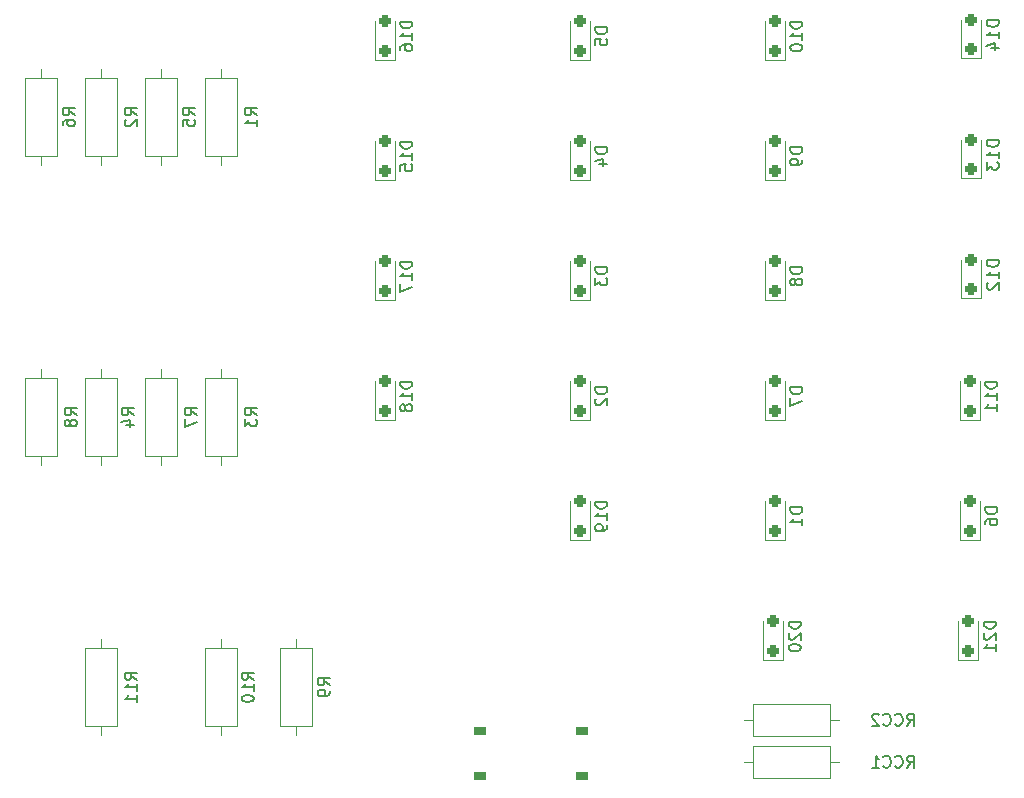
<source format=gbr>
%TF.GenerationSoftware,KiCad,Pcbnew,7.0.2*%
%TF.CreationDate,2023-05-28T17:25:48-07:00*%
%TF.ProjectId,relay-prototype,72656c61-792d-4707-926f-746f74797065,rev?*%
%TF.SameCoordinates,Original*%
%TF.FileFunction,Legend,Bot*%
%TF.FilePolarity,Positive*%
%FSLAX46Y46*%
G04 Gerber Fmt 4.6, Leading zero omitted, Abs format (unit mm)*
G04 Created by KiCad (PCBNEW 7.0.2) date 2023-05-28 17:25:48*
%MOMM*%
%LPD*%
G01*
G04 APERTURE LIST*
G04 Aperture macros list*
%AMRoundRect*
0 Rectangle with rounded corners*
0 $1 Rounding radius*
0 $2 $3 $4 $5 $6 $7 $8 $9 X,Y pos of 4 corners*
0 Add a 4 corners polygon primitive as box body*
4,1,4,$2,$3,$4,$5,$6,$7,$8,$9,$2,$3,0*
0 Add four circle primitives for the rounded corners*
1,1,$1+$1,$2,$3*
1,1,$1+$1,$4,$5*
1,1,$1+$1,$6,$7*
1,1,$1+$1,$8,$9*
0 Add four rect primitives between the rounded corners*
20,1,$1+$1,$2,$3,$4,$5,0*
20,1,$1+$1,$4,$5,$6,$7,0*
20,1,$1+$1,$6,$7,$8,$9,0*
20,1,$1+$1,$8,$9,$2,$3,0*%
G04 Aperture macros list end*
%ADD10C,0.150000*%
%ADD11C,0.120000*%
%ADD12RoundRect,0.500000X0.000000X-0.300000X0.000000X-0.300000X0.000000X0.300000X0.000000X0.300000X0*%
%ADD13R,2.000000X2.000000*%
%ADD14C,2.000000*%
%ADD15R,1.800000X1.800000*%
%ADD16C,1.800000*%
%ADD17R,1.600000X1.600000*%
%ADD18O,1.600000X1.600000*%
%ADD19C,1.600000*%
%ADD20RoundRect,0.250000X0.250000X-0.250000X0.250000X0.250000X-0.250000X0.250000X-0.250000X-0.250000X0*%
G04 APERTURE END LIST*
D10*
%TO.C,RCC2*%
X128005266Y-107087809D02*
X128338599Y-106611618D01*
X128576694Y-107087809D02*
X128576694Y-106087809D01*
X128576694Y-106087809D02*
X128195742Y-106087809D01*
X128195742Y-106087809D02*
X128100504Y-106135428D01*
X128100504Y-106135428D02*
X128052885Y-106183047D01*
X128052885Y-106183047D02*
X128005266Y-106278285D01*
X128005266Y-106278285D02*
X128005266Y-106421142D01*
X128005266Y-106421142D02*
X128052885Y-106516380D01*
X128052885Y-106516380D02*
X128100504Y-106563999D01*
X128100504Y-106563999D02*
X128195742Y-106611618D01*
X128195742Y-106611618D02*
X128576694Y-106611618D01*
X127005266Y-106992570D02*
X127052885Y-107040190D01*
X127052885Y-107040190D02*
X127195742Y-107087809D01*
X127195742Y-107087809D02*
X127290980Y-107087809D01*
X127290980Y-107087809D02*
X127433837Y-107040190D01*
X127433837Y-107040190D02*
X127529075Y-106944951D01*
X127529075Y-106944951D02*
X127576694Y-106849713D01*
X127576694Y-106849713D02*
X127624313Y-106659237D01*
X127624313Y-106659237D02*
X127624313Y-106516380D01*
X127624313Y-106516380D02*
X127576694Y-106325904D01*
X127576694Y-106325904D02*
X127529075Y-106230666D01*
X127529075Y-106230666D02*
X127433837Y-106135428D01*
X127433837Y-106135428D02*
X127290980Y-106087809D01*
X127290980Y-106087809D02*
X127195742Y-106087809D01*
X127195742Y-106087809D02*
X127052885Y-106135428D01*
X127052885Y-106135428D02*
X127005266Y-106183047D01*
X126005266Y-106992570D02*
X126052885Y-107040190D01*
X126052885Y-107040190D02*
X126195742Y-107087809D01*
X126195742Y-107087809D02*
X126290980Y-107087809D01*
X126290980Y-107087809D02*
X126433837Y-107040190D01*
X126433837Y-107040190D02*
X126529075Y-106944951D01*
X126529075Y-106944951D02*
X126576694Y-106849713D01*
X126576694Y-106849713D02*
X126624313Y-106659237D01*
X126624313Y-106659237D02*
X126624313Y-106516380D01*
X126624313Y-106516380D02*
X126576694Y-106325904D01*
X126576694Y-106325904D02*
X126529075Y-106230666D01*
X126529075Y-106230666D02*
X126433837Y-106135428D01*
X126433837Y-106135428D02*
X126290980Y-106087809D01*
X126290980Y-106087809D02*
X126195742Y-106087809D01*
X126195742Y-106087809D02*
X126052885Y-106135428D01*
X126052885Y-106135428D02*
X126005266Y-106183047D01*
X125624313Y-106183047D02*
X125576694Y-106135428D01*
X125576694Y-106135428D02*
X125481456Y-106087809D01*
X125481456Y-106087809D02*
X125243361Y-106087809D01*
X125243361Y-106087809D02*
X125148123Y-106135428D01*
X125148123Y-106135428D02*
X125100504Y-106183047D01*
X125100504Y-106183047D02*
X125052885Y-106278285D01*
X125052885Y-106278285D02*
X125052885Y-106373523D01*
X125052885Y-106373523D02*
X125100504Y-106516380D01*
X125100504Y-106516380D02*
X125671932Y-107087809D01*
X125671932Y-107087809D02*
X125052885Y-107087809D01*
%TO.C,R2*%
X62785219Y-55404523D02*
X62309028Y-55071190D01*
X62785219Y-54833095D02*
X61785219Y-54833095D01*
X61785219Y-54833095D02*
X61785219Y-55214047D01*
X61785219Y-55214047D02*
X61832838Y-55309285D01*
X61832838Y-55309285D02*
X61880457Y-55356904D01*
X61880457Y-55356904D02*
X61975695Y-55404523D01*
X61975695Y-55404523D02*
X62118552Y-55404523D01*
X62118552Y-55404523D02*
X62213790Y-55356904D01*
X62213790Y-55356904D02*
X62261409Y-55309285D01*
X62261409Y-55309285D02*
X62309028Y-55214047D01*
X62309028Y-55214047D02*
X62309028Y-54833095D01*
X61880457Y-55785476D02*
X61832838Y-55833095D01*
X61832838Y-55833095D02*
X61785219Y-55928333D01*
X61785219Y-55928333D02*
X61785219Y-56166428D01*
X61785219Y-56166428D02*
X61832838Y-56261666D01*
X61832838Y-56261666D02*
X61880457Y-56309285D01*
X61880457Y-56309285D02*
X61975695Y-56356904D01*
X61975695Y-56356904D02*
X62070933Y-56356904D01*
X62070933Y-56356904D02*
X62213790Y-56309285D01*
X62213790Y-56309285D02*
X62785219Y-55737857D01*
X62785219Y-55737857D02*
X62785219Y-56356904D01*
%TO.C,D17*%
X86102719Y-67824404D02*
X85102719Y-67824404D01*
X85102719Y-67824404D02*
X85102719Y-68062499D01*
X85102719Y-68062499D02*
X85150338Y-68205356D01*
X85150338Y-68205356D02*
X85245576Y-68300594D01*
X85245576Y-68300594D02*
X85340814Y-68348213D01*
X85340814Y-68348213D02*
X85531290Y-68395832D01*
X85531290Y-68395832D02*
X85674147Y-68395832D01*
X85674147Y-68395832D02*
X85864623Y-68348213D01*
X85864623Y-68348213D02*
X85959861Y-68300594D01*
X85959861Y-68300594D02*
X86055100Y-68205356D01*
X86055100Y-68205356D02*
X86102719Y-68062499D01*
X86102719Y-68062499D02*
X86102719Y-67824404D01*
X86102719Y-69348213D02*
X86102719Y-68776785D01*
X86102719Y-69062499D02*
X85102719Y-69062499D01*
X85102719Y-69062499D02*
X85245576Y-68967261D01*
X85245576Y-68967261D02*
X85340814Y-68872023D01*
X85340814Y-68872023D02*
X85388433Y-68776785D01*
X85102719Y-69681547D02*
X85102719Y-70348213D01*
X85102719Y-70348213D02*
X86102719Y-69919642D01*
%TO.C,RCC1*%
X128005266Y-110643809D02*
X128338599Y-110167618D01*
X128576694Y-110643809D02*
X128576694Y-109643809D01*
X128576694Y-109643809D02*
X128195742Y-109643809D01*
X128195742Y-109643809D02*
X128100504Y-109691428D01*
X128100504Y-109691428D02*
X128052885Y-109739047D01*
X128052885Y-109739047D02*
X128005266Y-109834285D01*
X128005266Y-109834285D02*
X128005266Y-109977142D01*
X128005266Y-109977142D02*
X128052885Y-110072380D01*
X128052885Y-110072380D02*
X128100504Y-110119999D01*
X128100504Y-110119999D02*
X128195742Y-110167618D01*
X128195742Y-110167618D02*
X128576694Y-110167618D01*
X127005266Y-110548570D02*
X127052885Y-110596190D01*
X127052885Y-110596190D02*
X127195742Y-110643809D01*
X127195742Y-110643809D02*
X127290980Y-110643809D01*
X127290980Y-110643809D02*
X127433837Y-110596190D01*
X127433837Y-110596190D02*
X127529075Y-110500951D01*
X127529075Y-110500951D02*
X127576694Y-110405713D01*
X127576694Y-110405713D02*
X127624313Y-110215237D01*
X127624313Y-110215237D02*
X127624313Y-110072380D01*
X127624313Y-110072380D02*
X127576694Y-109881904D01*
X127576694Y-109881904D02*
X127529075Y-109786666D01*
X127529075Y-109786666D02*
X127433837Y-109691428D01*
X127433837Y-109691428D02*
X127290980Y-109643809D01*
X127290980Y-109643809D02*
X127195742Y-109643809D01*
X127195742Y-109643809D02*
X127052885Y-109691428D01*
X127052885Y-109691428D02*
X127005266Y-109739047D01*
X126005266Y-110548570D02*
X126052885Y-110596190D01*
X126052885Y-110596190D02*
X126195742Y-110643809D01*
X126195742Y-110643809D02*
X126290980Y-110643809D01*
X126290980Y-110643809D02*
X126433837Y-110596190D01*
X126433837Y-110596190D02*
X126529075Y-110500951D01*
X126529075Y-110500951D02*
X126576694Y-110405713D01*
X126576694Y-110405713D02*
X126624313Y-110215237D01*
X126624313Y-110215237D02*
X126624313Y-110072380D01*
X126624313Y-110072380D02*
X126576694Y-109881904D01*
X126576694Y-109881904D02*
X126529075Y-109786666D01*
X126529075Y-109786666D02*
X126433837Y-109691428D01*
X126433837Y-109691428D02*
X126290980Y-109643809D01*
X126290980Y-109643809D02*
X126195742Y-109643809D01*
X126195742Y-109643809D02*
X126052885Y-109691428D01*
X126052885Y-109691428D02*
X126005266Y-109739047D01*
X125052885Y-110643809D02*
X125624313Y-110643809D01*
X125338599Y-110643809D02*
X125338599Y-109643809D01*
X125338599Y-109643809D02*
X125433837Y-109786666D01*
X125433837Y-109786666D02*
X125529075Y-109881904D01*
X125529075Y-109881904D02*
X125624313Y-109929523D01*
%TO.C,R1*%
X72945219Y-55404523D02*
X72469028Y-55071190D01*
X72945219Y-54833095D02*
X71945219Y-54833095D01*
X71945219Y-54833095D02*
X71945219Y-55214047D01*
X71945219Y-55214047D02*
X71992838Y-55309285D01*
X71992838Y-55309285D02*
X72040457Y-55356904D01*
X72040457Y-55356904D02*
X72135695Y-55404523D01*
X72135695Y-55404523D02*
X72278552Y-55404523D01*
X72278552Y-55404523D02*
X72373790Y-55356904D01*
X72373790Y-55356904D02*
X72421409Y-55309285D01*
X72421409Y-55309285D02*
X72469028Y-55214047D01*
X72469028Y-55214047D02*
X72469028Y-54833095D01*
X72945219Y-56356904D02*
X72945219Y-55785476D01*
X72945219Y-56071190D02*
X71945219Y-56071190D01*
X71945219Y-56071190D02*
X72088076Y-55975952D01*
X72088076Y-55975952D02*
X72183314Y-55880714D01*
X72183314Y-55880714D02*
X72230933Y-55785476D01*
%TO.C,R9*%
X79125219Y-103664523D02*
X78649028Y-103331190D01*
X79125219Y-103093095D02*
X78125219Y-103093095D01*
X78125219Y-103093095D02*
X78125219Y-103474047D01*
X78125219Y-103474047D02*
X78172838Y-103569285D01*
X78172838Y-103569285D02*
X78220457Y-103616904D01*
X78220457Y-103616904D02*
X78315695Y-103664523D01*
X78315695Y-103664523D02*
X78458552Y-103664523D01*
X78458552Y-103664523D02*
X78553790Y-103616904D01*
X78553790Y-103616904D02*
X78601409Y-103569285D01*
X78601409Y-103569285D02*
X78649028Y-103474047D01*
X78649028Y-103474047D02*
X78649028Y-103093095D01*
X79125219Y-104140714D02*
X79125219Y-104331190D01*
X79125219Y-104331190D02*
X79077600Y-104426428D01*
X79077600Y-104426428D02*
X79029980Y-104474047D01*
X79029980Y-104474047D02*
X78887123Y-104569285D01*
X78887123Y-104569285D02*
X78696647Y-104616904D01*
X78696647Y-104616904D02*
X78315695Y-104616904D01*
X78315695Y-104616904D02*
X78220457Y-104569285D01*
X78220457Y-104569285D02*
X78172838Y-104521666D01*
X78172838Y-104521666D02*
X78125219Y-104426428D01*
X78125219Y-104426428D02*
X78125219Y-104235952D01*
X78125219Y-104235952D02*
X78172838Y-104140714D01*
X78172838Y-104140714D02*
X78220457Y-104093095D01*
X78220457Y-104093095D02*
X78315695Y-104045476D01*
X78315695Y-104045476D02*
X78553790Y-104045476D01*
X78553790Y-104045476D02*
X78649028Y-104093095D01*
X78649028Y-104093095D02*
X78696647Y-104140714D01*
X78696647Y-104140714D02*
X78744266Y-104235952D01*
X78744266Y-104235952D02*
X78744266Y-104426428D01*
X78744266Y-104426428D02*
X78696647Y-104521666D01*
X78696647Y-104521666D02*
X78649028Y-104569285D01*
X78649028Y-104569285D02*
X78553790Y-104616904D01*
%TO.C,D5*%
X102612139Y-47981015D02*
X101612139Y-47981015D01*
X101612139Y-47981015D02*
X101612139Y-48219110D01*
X101612139Y-48219110D02*
X101659758Y-48361967D01*
X101659758Y-48361967D02*
X101754996Y-48457205D01*
X101754996Y-48457205D02*
X101850234Y-48504824D01*
X101850234Y-48504824D02*
X102040710Y-48552443D01*
X102040710Y-48552443D02*
X102183567Y-48552443D01*
X102183567Y-48552443D02*
X102374043Y-48504824D01*
X102374043Y-48504824D02*
X102469281Y-48457205D01*
X102469281Y-48457205D02*
X102564520Y-48361967D01*
X102564520Y-48361967D02*
X102612139Y-48219110D01*
X102612139Y-48219110D02*
X102612139Y-47981015D01*
X101612139Y-49457205D02*
X101612139Y-48981015D01*
X101612139Y-48981015D02*
X102088329Y-48933396D01*
X102088329Y-48933396D02*
X102040710Y-48981015D01*
X102040710Y-48981015D02*
X101993091Y-49076253D01*
X101993091Y-49076253D02*
X101993091Y-49314348D01*
X101993091Y-49314348D02*
X102040710Y-49409586D01*
X102040710Y-49409586D02*
X102088329Y-49457205D01*
X102088329Y-49457205D02*
X102183567Y-49504824D01*
X102183567Y-49504824D02*
X102421662Y-49504824D01*
X102421662Y-49504824D02*
X102516900Y-49457205D01*
X102516900Y-49457205D02*
X102564520Y-49409586D01*
X102564520Y-49409586D02*
X102612139Y-49314348D01*
X102612139Y-49314348D02*
X102612139Y-49076253D01*
X102612139Y-49076253D02*
X102564520Y-48981015D01*
X102564520Y-48981015D02*
X102516900Y-48933396D01*
%TO.C,D11*%
X135632719Y-77984404D02*
X134632719Y-77984404D01*
X134632719Y-77984404D02*
X134632719Y-78222499D01*
X134632719Y-78222499D02*
X134680338Y-78365356D01*
X134680338Y-78365356D02*
X134775576Y-78460594D01*
X134775576Y-78460594D02*
X134870814Y-78508213D01*
X134870814Y-78508213D02*
X135061290Y-78555832D01*
X135061290Y-78555832D02*
X135204147Y-78555832D01*
X135204147Y-78555832D02*
X135394623Y-78508213D01*
X135394623Y-78508213D02*
X135489861Y-78460594D01*
X135489861Y-78460594D02*
X135585100Y-78365356D01*
X135585100Y-78365356D02*
X135632719Y-78222499D01*
X135632719Y-78222499D02*
X135632719Y-77984404D01*
X135632719Y-79508213D02*
X135632719Y-78936785D01*
X135632719Y-79222499D02*
X134632719Y-79222499D01*
X134632719Y-79222499D02*
X134775576Y-79127261D01*
X134775576Y-79127261D02*
X134870814Y-79032023D01*
X134870814Y-79032023D02*
X134918433Y-78936785D01*
X135632719Y-80460594D02*
X135632719Y-79889166D01*
X135632719Y-80174880D02*
X134632719Y-80174880D01*
X134632719Y-80174880D02*
X134775576Y-80079642D01*
X134775576Y-80079642D02*
X134870814Y-79984404D01*
X134870814Y-79984404D02*
X134918433Y-79889166D01*
%TO.C,D19*%
X102612719Y-88144404D02*
X101612719Y-88144404D01*
X101612719Y-88144404D02*
X101612719Y-88382499D01*
X101612719Y-88382499D02*
X101660338Y-88525356D01*
X101660338Y-88525356D02*
X101755576Y-88620594D01*
X101755576Y-88620594D02*
X101850814Y-88668213D01*
X101850814Y-88668213D02*
X102041290Y-88715832D01*
X102041290Y-88715832D02*
X102184147Y-88715832D01*
X102184147Y-88715832D02*
X102374623Y-88668213D01*
X102374623Y-88668213D02*
X102469861Y-88620594D01*
X102469861Y-88620594D02*
X102565100Y-88525356D01*
X102565100Y-88525356D02*
X102612719Y-88382499D01*
X102612719Y-88382499D02*
X102612719Y-88144404D01*
X102612719Y-89668213D02*
X102612719Y-89096785D01*
X102612719Y-89382499D02*
X101612719Y-89382499D01*
X101612719Y-89382499D02*
X101755576Y-89287261D01*
X101755576Y-89287261D02*
X101850814Y-89192023D01*
X101850814Y-89192023D02*
X101898433Y-89096785D01*
X102612719Y-90144404D02*
X102612719Y-90334880D01*
X102612719Y-90334880D02*
X102565100Y-90430118D01*
X102565100Y-90430118D02*
X102517480Y-90477737D01*
X102517480Y-90477737D02*
X102374623Y-90572975D01*
X102374623Y-90572975D02*
X102184147Y-90620594D01*
X102184147Y-90620594D02*
X101803195Y-90620594D01*
X101803195Y-90620594D02*
X101707957Y-90572975D01*
X101707957Y-90572975D02*
X101660338Y-90525356D01*
X101660338Y-90525356D02*
X101612719Y-90430118D01*
X101612719Y-90430118D02*
X101612719Y-90239642D01*
X101612719Y-90239642D02*
X101660338Y-90144404D01*
X101660338Y-90144404D02*
X101707957Y-90096785D01*
X101707957Y-90096785D02*
X101803195Y-90049166D01*
X101803195Y-90049166D02*
X102041290Y-90049166D01*
X102041290Y-90049166D02*
X102136528Y-90096785D01*
X102136528Y-90096785D02*
X102184147Y-90144404D01*
X102184147Y-90144404D02*
X102231766Y-90239642D01*
X102231766Y-90239642D02*
X102231766Y-90430118D01*
X102231766Y-90430118D02*
X102184147Y-90525356D01*
X102184147Y-90525356D02*
X102136528Y-90572975D01*
X102136528Y-90572975D02*
X102041290Y-90620594D01*
%TO.C,D13*%
X135755219Y-57531904D02*
X134755219Y-57531904D01*
X134755219Y-57531904D02*
X134755219Y-57769999D01*
X134755219Y-57769999D02*
X134802838Y-57912856D01*
X134802838Y-57912856D02*
X134898076Y-58008094D01*
X134898076Y-58008094D02*
X134993314Y-58055713D01*
X134993314Y-58055713D02*
X135183790Y-58103332D01*
X135183790Y-58103332D02*
X135326647Y-58103332D01*
X135326647Y-58103332D02*
X135517123Y-58055713D01*
X135517123Y-58055713D02*
X135612361Y-58008094D01*
X135612361Y-58008094D02*
X135707600Y-57912856D01*
X135707600Y-57912856D02*
X135755219Y-57769999D01*
X135755219Y-57769999D02*
X135755219Y-57531904D01*
X135755219Y-59055713D02*
X135755219Y-58484285D01*
X135755219Y-58769999D02*
X134755219Y-58769999D01*
X134755219Y-58769999D02*
X134898076Y-58674761D01*
X134898076Y-58674761D02*
X134993314Y-58579523D01*
X134993314Y-58579523D02*
X135040933Y-58484285D01*
X134755219Y-59389047D02*
X134755219Y-60008094D01*
X134755219Y-60008094D02*
X135136171Y-59674761D01*
X135136171Y-59674761D02*
X135136171Y-59817618D01*
X135136171Y-59817618D02*
X135183790Y-59912856D01*
X135183790Y-59912856D02*
X135231409Y-59960475D01*
X135231409Y-59960475D02*
X135326647Y-60008094D01*
X135326647Y-60008094D02*
X135564742Y-60008094D01*
X135564742Y-60008094D02*
X135659980Y-59960475D01*
X135659980Y-59960475D02*
X135707600Y-59912856D01*
X135707600Y-59912856D02*
X135755219Y-59817618D01*
X135755219Y-59817618D02*
X135755219Y-59531904D01*
X135755219Y-59531904D02*
X135707600Y-59436666D01*
X135707600Y-59436666D02*
X135659980Y-59389047D01*
%TO.C,R10*%
X72691219Y-103188332D02*
X72215028Y-102854999D01*
X72691219Y-102616904D02*
X71691219Y-102616904D01*
X71691219Y-102616904D02*
X71691219Y-102997856D01*
X71691219Y-102997856D02*
X71738838Y-103093094D01*
X71738838Y-103093094D02*
X71786457Y-103140713D01*
X71786457Y-103140713D02*
X71881695Y-103188332D01*
X71881695Y-103188332D02*
X72024552Y-103188332D01*
X72024552Y-103188332D02*
X72119790Y-103140713D01*
X72119790Y-103140713D02*
X72167409Y-103093094D01*
X72167409Y-103093094D02*
X72215028Y-102997856D01*
X72215028Y-102997856D02*
X72215028Y-102616904D01*
X72691219Y-104140713D02*
X72691219Y-103569285D01*
X72691219Y-103854999D02*
X71691219Y-103854999D01*
X71691219Y-103854999D02*
X71834076Y-103759761D01*
X71834076Y-103759761D02*
X71929314Y-103664523D01*
X71929314Y-103664523D02*
X71976933Y-103569285D01*
X71691219Y-104759761D02*
X71691219Y-104854999D01*
X71691219Y-104854999D02*
X71738838Y-104950237D01*
X71738838Y-104950237D02*
X71786457Y-104997856D01*
X71786457Y-104997856D02*
X71881695Y-105045475D01*
X71881695Y-105045475D02*
X72072171Y-105093094D01*
X72072171Y-105093094D02*
X72310266Y-105093094D01*
X72310266Y-105093094D02*
X72500742Y-105045475D01*
X72500742Y-105045475D02*
X72595980Y-104997856D01*
X72595980Y-104997856D02*
X72643600Y-104950237D01*
X72643600Y-104950237D02*
X72691219Y-104854999D01*
X72691219Y-104854999D02*
X72691219Y-104759761D01*
X72691219Y-104759761D02*
X72643600Y-104664523D01*
X72643600Y-104664523D02*
X72595980Y-104616904D01*
X72595980Y-104616904D02*
X72500742Y-104569285D01*
X72500742Y-104569285D02*
X72310266Y-104521666D01*
X72310266Y-104521666D02*
X72072171Y-104521666D01*
X72072171Y-104521666D02*
X71881695Y-104569285D01*
X71881695Y-104569285D02*
X71786457Y-104616904D01*
X71786457Y-104616904D02*
X71738838Y-104664523D01*
X71738838Y-104664523D02*
X71691219Y-104759761D01*
%TO.C,D18*%
X86102719Y-77984404D02*
X85102719Y-77984404D01*
X85102719Y-77984404D02*
X85102719Y-78222499D01*
X85102719Y-78222499D02*
X85150338Y-78365356D01*
X85150338Y-78365356D02*
X85245576Y-78460594D01*
X85245576Y-78460594D02*
X85340814Y-78508213D01*
X85340814Y-78508213D02*
X85531290Y-78555832D01*
X85531290Y-78555832D02*
X85674147Y-78555832D01*
X85674147Y-78555832D02*
X85864623Y-78508213D01*
X85864623Y-78508213D02*
X85959861Y-78460594D01*
X85959861Y-78460594D02*
X86055100Y-78365356D01*
X86055100Y-78365356D02*
X86102719Y-78222499D01*
X86102719Y-78222499D02*
X86102719Y-77984404D01*
X86102719Y-79508213D02*
X86102719Y-78936785D01*
X86102719Y-79222499D02*
X85102719Y-79222499D01*
X85102719Y-79222499D02*
X85245576Y-79127261D01*
X85245576Y-79127261D02*
X85340814Y-79032023D01*
X85340814Y-79032023D02*
X85388433Y-78936785D01*
X85531290Y-80079642D02*
X85483671Y-79984404D01*
X85483671Y-79984404D02*
X85436052Y-79936785D01*
X85436052Y-79936785D02*
X85340814Y-79889166D01*
X85340814Y-79889166D02*
X85293195Y-79889166D01*
X85293195Y-79889166D02*
X85197957Y-79936785D01*
X85197957Y-79936785D02*
X85150338Y-79984404D01*
X85150338Y-79984404D02*
X85102719Y-80079642D01*
X85102719Y-80079642D02*
X85102719Y-80270118D01*
X85102719Y-80270118D02*
X85150338Y-80365356D01*
X85150338Y-80365356D02*
X85197957Y-80412975D01*
X85197957Y-80412975D02*
X85293195Y-80460594D01*
X85293195Y-80460594D02*
X85340814Y-80460594D01*
X85340814Y-80460594D02*
X85436052Y-80412975D01*
X85436052Y-80412975D02*
X85483671Y-80365356D01*
X85483671Y-80365356D02*
X85531290Y-80270118D01*
X85531290Y-80270118D02*
X85531290Y-80079642D01*
X85531290Y-80079642D02*
X85578909Y-79984404D01*
X85578909Y-79984404D02*
X85626528Y-79936785D01*
X85626528Y-79936785D02*
X85721766Y-79889166D01*
X85721766Y-79889166D02*
X85912242Y-79889166D01*
X85912242Y-79889166D02*
X86007480Y-79936785D01*
X86007480Y-79936785D02*
X86055100Y-79984404D01*
X86055100Y-79984404D02*
X86102719Y-80079642D01*
X86102719Y-80079642D02*
X86102719Y-80270118D01*
X86102719Y-80270118D02*
X86055100Y-80365356D01*
X86055100Y-80365356D02*
X86007480Y-80412975D01*
X86007480Y-80412975D02*
X85912242Y-80460594D01*
X85912242Y-80460594D02*
X85721766Y-80460594D01*
X85721766Y-80460594D02*
X85626528Y-80412975D01*
X85626528Y-80412975D02*
X85578909Y-80365356D01*
X85578909Y-80365356D02*
X85531290Y-80270118D01*
%TO.C,R5*%
X67695219Y-55404523D02*
X67219028Y-55071190D01*
X67695219Y-54833095D02*
X66695219Y-54833095D01*
X66695219Y-54833095D02*
X66695219Y-55214047D01*
X66695219Y-55214047D02*
X66742838Y-55309285D01*
X66742838Y-55309285D02*
X66790457Y-55356904D01*
X66790457Y-55356904D02*
X66885695Y-55404523D01*
X66885695Y-55404523D02*
X67028552Y-55404523D01*
X67028552Y-55404523D02*
X67123790Y-55356904D01*
X67123790Y-55356904D02*
X67171409Y-55309285D01*
X67171409Y-55309285D02*
X67219028Y-55214047D01*
X67219028Y-55214047D02*
X67219028Y-54833095D01*
X66695219Y-56309285D02*
X66695219Y-55833095D01*
X66695219Y-55833095D02*
X67171409Y-55785476D01*
X67171409Y-55785476D02*
X67123790Y-55833095D01*
X67123790Y-55833095D02*
X67076171Y-55928333D01*
X67076171Y-55928333D02*
X67076171Y-56166428D01*
X67076171Y-56166428D02*
X67123790Y-56261666D01*
X67123790Y-56261666D02*
X67171409Y-56309285D01*
X67171409Y-56309285D02*
X67266647Y-56356904D01*
X67266647Y-56356904D02*
X67504742Y-56356904D01*
X67504742Y-56356904D02*
X67599980Y-56309285D01*
X67599980Y-56309285D02*
X67647600Y-56261666D01*
X67647600Y-56261666D02*
X67695219Y-56166428D01*
X67695219Y-56166428D02*
X67695219Y-55928333D01*
X67695219Y-55928333D02*
X67647600Y-55833095D01*
X67647600Y-55833095D02*
X67599980Y-55785476D01*
%TO.C,D15*%
X86102719Y-57664404D02*
X85102719Y-57664404D01*
X85102719Y-57664404D02*
X85102719Y-57902499D01*
X85102719Y-57902499D02*
X85150338Y-58045356D01*
X85150338Y-58045356D02*
X85245576Y-58140594D01*
X85245576Y-58140594D02*
X85340814Y-58188213D01*
X85340814Y-58188213D02*
X85531290Y-58235832D01*
X85531290Y-58235832D02*
X85674147Y-58235832D01*
X85674147Y-58235832D02*
X85864623Y-58188213D01*
X85864623Y-58188213D02*
X85959861Y-58140594D01*
X85959861Y-58140594D02*
X86055100Y-58045356D01*
X86055100Y-58045356D02*
X86102719Y-57902499D01*
X86102719Y-57902499D02*
X86102719Y-57664404D01*
X86102719Y-59188213D02*
X86102719Y-58616785D01*
X86102719Y-58902499D02*
X85102719Y-58902499D01*
X85102719Y-58902499D02*
X85245576Y-58807261D01*
X85245576Y-58807261D02*
X85340814Y-58712023D01*
X85340814Y-58712023D02*
X85388433Y-58616785D01*
X85102719Y-60092975D02*
X85102719Y-59616785D01*
X85102719Y-59616785D02*
X85578909Y-59569166D01*
X85578909Y-59569166D02*
X85531290Y-59616785D01*
X85531290Y-59616785D02*
X85483671Y-59712023D01*
X85483671Y-59712023D02*
X85483671Y-59950118D01*
X85483671Y-59950118D02*
X85531290Y-60045356D01*
X85531290Y-60045356D02*
X85578909Y-60092975D01*
X85578909Y-60092975D02*
X85674147Y-60140594D01*
X85674147Y-60140594D02*
X85912242Y-60140594D01*
X85912242Y-60140594D02*
X86007480Y-60092975D01*
X86007480Y-60092975D02*
X86055100Y-60045356D01*
X86055100Y-60045356D02*
X86102719Y-59950118D01*
X86102719Y-59950118D02*
X86102719Y-59712023D01*
X86102719Y-59712023D02*
X86055100Y-59616785D01*
X86055100Y-59616785D02*
X86007480Y-59569166D01*
%TO.C,R11*%
X62785219Y-103188332D02*
X62309028Y-102854999D01*
X62785219Y-102616904D02*
X61785219Y-102616904D01*
X61785219Y-102616904D02*
X61785219Y-102997856D01*
X61785219Y-102997856D02*
X61832838Y-103093094D01*
X61832838Y-103093094D02*
X61880457Y-103140713D01*
X61880457Y-103140713D02*
X61975695Y-103188332D01*
X61975695Y-103188332D02*
X62118552Y-103188332D01*
X62118552Y-103188332D02*
X62213790Y-103140713D01*
X62213790Y-103140713D02*
X62261409Y-103093094D01*
X62261409Y-103093094D02*
X62309028Y-102997856D01*
X62309028Y-102997856D02*
X62309028Y-102616904D01*
X62785219Y-104140713D02*
X62785219Y-103569285D01*
X62785219Y-103854999D02*
X61785219Y-103854999D01*
X61785219Y-103854999D02*
X61928076Y-103759761D01*
X61928076Y-103759761D02*
X62023314Y-103664523D01*
X62023314Y-103664523D02*
X62070933Y-103569285D01*
X62785219Y-105093094D02*
X62785219Y-104521666D01*
X62785219Y-104807380D02*
X61785219Y-104807380D01*
X61785219Y-104807380D02*
X61928076Y-104712142D01*
X61928076Y-104712142D02*
X62023314Y-104616904D01*
X62023314Y-104616904D02*
X62070933Y-104521666D01*
%TO.C,D21*%
X135510219Y-98304404D02*
X134510219Y-98304404D01*
X134510219Y-98304404D02*
X134510219Y-98542499D01*
X134510219Y-98542499D02*
X134557838Y-98685356D01*
X134557838Y-98685356D02*
X134653076Y-98780594D01*
X134653076Y-98780594D02*
X134748314Y-98828213D01*
X134748314Y-98828213D02*
X134938790Y-98875832D01*
X134938790Y-98875832D02*
X135081647Y-98875832D01*
X135081647Y-98875832D02*
X135272123Y-98828213D01*
X135272123Y-98828213D02*
X135367361Y-98780594D01*
X135367361Y-98780594D02*
X135462600Y-98685356D01*
X135462600Y-98685356D02*
X135510219Y-98542499D01*
X135510219Y-98542499D02*
X135510219Y-98304404D01*
X134605457Y-99256785D02*
X134557838Y-99304404D01*
X134557838Y-99304404D02*
X134510219Y-99399642D01*
X134510219Y-99399642D02*
X134510219Y-99637737D01*
X134510219Y-99637737D02*
X134557838Y-99732975D01*
X134557838Y-99732975D02*
X134605457Y-99780594D01*
X134605457Y-99780594D02*
X134700695Y-99828213D01*
X134700695Y-99828213D02*
X134795933Y-99828213D01*
X134795933Y-99828213D02*
X134938790Y-99780594D01*
X134938790Y-99780594D02*
X135510219Y-99209166D01*
X135510219Y-99209166D02*
X135510219Y-99828213D01*
X135510219Y-100780594D02*
X135510219Y-100209166D01*
X135510219Y-100494880D02*
X134510219Y-100494880D01*
X134510219Y-100494880D02*
X134653076Y-100399642D01*
X134653076Y-100399642D02*
X134748314Y-100304404D01*
X134748314Y-100304404D02*
X134795933Y-100209166D01*
%TO.C,R8*%
X57705219Y-80804523D02*
X57229028Y-80471190D01*
X57705219Y-80233095D02*
X56705219Y-80233095D01*
X56705219Y-80233095D02*
X56705219Y-80614047D01*
X56705219Y-80614047D02*
X56752838Y-80709285D01*
X56752838Y-80709285D02*
X56800457Y-80756904D01*
X56800457Y-80756904D02*
X56895695Y-80804523D01*
X56895695Y-80804523D02*
X57038552Y-80804523D01*
X57038552Y-80804523D02*
X57133790Y-80756904D01*
X57133790Y-80756904D02*
X57181409Y-80709285D01*
X57181409Y-80709285D02*
X57229028Y-80614047D01*
X57229028Y-80614047D02*
X57229028Y-80233095D01*
X57133790Y-81375952D02*
X57086171Y-81280714D01*
X57086171Y-81280714D02*
X57038552Y-81233095D01*
X57038552Y-81233095D02*
X56943314Y-81185476D01*
X56943314Y-81185476D02*
X56895695Y-81185476D01*
X56895695Y-81185476D02*
X56800457Y-81233095D01*
X56800457Y-81233095D02*
X56752838Y-81280714D01*
X56752838Y-81280714D02*
X56705219Y-81375952D01*
X56705219Y-81375952D02*
X56705219Y-81566428D01*
X56705219Y-81566428D02*
X56752838Y-81661666D01*
X56752838Y-81661666D02*
X56800457Y-81709285D01*
X56800457Y-81709285D02*
X56895695Y-81756904D01*
X56895695Y-81756904D02*
X56943314Y-81756904D01*
X56943314Y-81756904D02*
X57038552Y-81709285D01*
X57038552Y-81709285D02*
X57086171Y-81661666D01*
X57086171Y-81661666D02*
X57133790Y-81566428D01*
X57133790Y-81566428D02*
X57133790Y-81375952D01*
X57133790Y-81375952D02*
X57181409Y-81280714D01*
X57181409Y-81280714D02*
X57229028Y-81233095D01*
X57229028Y-81233095D02*
X57324266Y-81185476D01*
X57324266Y-81185476D02*
X57514742Y-81185476D01*
X57514742Y-81185476D02*
X57609980Y-81233095D01*
X57609980Y-81233095D02*
X57657600Y-81280714D01*
X57657600Y-81280714D02*
X57705219Y-81375952D01*
X57705219Y-81375952D02*
X57705219Y-81566428D01*
X57705219Y-81566428D02*
X57657600Y-81661666D01*
X57657600Y-81661666D02*
X57609980Y-81709285D01*
X57609980Y-81709285D02*
X57514742Y-81756904D01*
X57514742Y-81756904D02*
X57324266Y-81756904D01*
X57324266Y-81756904D02*
X57229028Y-81709285D01*
X57229028Y-81709285D02*
X57181409Y-81661666D01*
X57181409Y-81661666D02*
X57133790Y-81566428D01*
%TO.C,D3*%
X102612139Y-68300625D02*
X101612139Y-68300625D01*
X101612139Y-68300625D02*
X101612139Y-68538720D01*
X101612139Y-68538720D02*
X101659758Y-68681577D01*
X101659758Y-68681577D02*
X101754996Y-68776815D01*
X101754996Y-68776815D02*
X101850234Y-68824434D01*
X101850234Y-68824434D02*
X102040710Y-68872053D01*
X102040710Y-68872053D02*
X102183567Y-68872053D01*
X102183567Y-68872053D02*
X102374043Y-68824434D01*
X102374043Y-68824434D02*
X102469281Y-68776815D01*
X102469281Y-68776815D02*
X102564520Y-68681577D01*
X102564520Y-68681577D02*
X102612139Y-68538720D01*
X102612139Y-68538720D02*
X102612139Y-68300625D01*
X101612139Y-69205387D02*
X101612139Y-69824434D01*
X101612139Y-69824434D02*
X101993091Y-69491101D01*
X101993091Y-69491101D02*
X101993091Y-69633958D01*
X101993091Y-69633958D02*
X102040710Y-69729196D01*
X102040710Y-69729196D02*
X102088329Y-69776815D01*
X102088329Y-69776815D02*
X102183567Y-69824434D01*
X102183567Y-69824434D02*
X102421662Y-69824434D01*
X102421662Y-69824434D02*
X102516900Y-69776815D01*
X102516900Y-69776815D02*
X102564520Y-69729196D01*
X102564520Y-69729196D02*
X102612139Y-69633958D01*
X102612139Y-69633958D02*
X102612139Y-69348244D01*
X102612139Y-69348244D02*
X102564520Y-69253006D01*
X102564520Y-69253006D02*
X102516900Y-69205387D01*
%TO.C,D7*%
X119122719Y-78460595D02*
X118122719Y-78460595D01*
X118122719Y-78460595D02*
X118122719Y-78698690D01*
X118122719Y-78698690D02*
X118170338Y-78841547D01*
X118170338Y-78841547D02*
X118265576Y-78936785D01*
X118265576Y-78936785D02*
X118360814Y-78984404D01*
X118360814Y-78984404D02*
X118551290Y-79032023D01*
X118551290Y-79032023D02*
X118694147Y-79032023D01*
X118694147Y-79032023D02*
X118884623Y-78984404D01*
X118884623Y-78984404D02*
X118979861Y-78936785D01*
X118979861Y-78936785D02*
X119075100Y-78841547D01*
X119075100Y-78841547D02*
X119122719Y-78698690D01*
X119122719Y-78698690D02*
X119122719Y-78460595D01*
X118122719Y-79365357D02*
X118122719Y-80032023D01*
X118122719Y-80032023D02*
X119122719Y-79603452D01*
%TO.C,D14*%
X135755219Y-47371904D02*
X134755219Y-47371904D01*
X134755219Y-47371904D02*
X134755219Y-47609999D01*
X134755219Y-47609999D02*
X134802838Y-47752856D01*
X134802838Y-47752856D02*
X134898076Y-47848094D01*
X134898076Y-47848094D02*
X134993314Y-47895713D01*
X134993314Y-47895713D02*
X135183790Y-47943332D01*
X135183790Y-47943332D02*
X135326647Y-47943332D01*
X135326647Y-47943332D02*
X135517123Y-47895713D01*
X135517123Y-47895713D02*
X135612361Y-47848094D01*
X135612361Y-47848094D02*
X135707600Y-47752856D01*
X135707600Y-47752856D02*
X135755219Y-47609999D01*
X135755219Y-47609999D02*
X135755219Y-47371904D01*
X135755219Y-48895713D02*
X135755219Y-48324285D01*
X135755219Y-48609999D02*
X134755219Y-48609999D01*
X134755219Y-48609999D02*
X134898076Y-48514761D01*
X134898076Y-48514761D02*
X134993314Y-48419523D01*
X134993314Y-48419523D02*
X135040933Y-48324285D01*
X135088552Y-49752856D02*
X135755219Y-49752856D01*
X134707600Y-49514761D02*
X135421885Y-49276666D01*
X135421885Y-49276666D02*
X135421885Y-49895713D01*
%TO.C,D16*%
X86102719Y-47482324D02*
X85102719Y-47482324D01*
X85102719Y-47482324D02*
X85102719Y-47720419D01*
X85102719Y-47720419D02*
X85150338Y-47863276D01*
X85150338Y-47863276D02*
X85245576Y-47958514D01*
X85245576Y-47958514D02*
X85340814Y-48006133D01*
X85340814Y-48006133D02*
X85531290Y-48053752D01*
X85531290Y-48053752D02*
X85674147Y-48053752D01*
X85674147Y-48053752D02*
X85864623Y-48006133D01*
X85864623Y-48006133D02*
X85959861Y-47958514D01*
X85959861Y-47958514D02*
X86055100Y-47863276D01*
X86055100Y-47863276D02*
X86102719Y-47720419D01*
X86102719Y-47720419D02*
X86102719Y-47482324D01*
X86102719Y-49006133D02*
X86102719Y-48434705D01*
X86102719Y-48720419D02*
X85102719Y-48720419D01*
X85102719Y-48720419D02*
X85245576Y-48625181D01*
X85245576Y-48625181D02*
X85340814Y-48529943D01*
X85340814Y-48529943D02*
X85388433Y-48434705D01*
X85102719Y-49863276D02*
X85102719Y-49672800D01*
X85102719Y-49672800D02*
X85150338Y-49577562D01*
X85150338Y-49577562D02*
X85197957Y-49529943D01*
X85197957Y-49529943D02*
X85340814Y-49434705D01*
X85340814Y-49434705D02*
X85531290Y-49387086D01*
X85531290Y-49387086D02*
X85912242Y-49387086D01*
X85912242Y-49387086D02*
X86007480Y-49434705D01*
X86007480Y-49434705D02*
X86055100Y-49482324D01*
X86055100Y-49482324D02*
X86102719Y-49577562D01*
X86102719Y-49577562D02*
X86102719Y-49768038D01*
X86102719Y-49768038D02*
X86055100Y-49863276D01*
X86055100Y-49863276D02*
X86007480Y-49910895D01*
X86007480Y-49910895D02*
X85912242Y-49958514D01*
X85912242Y-49958514D02*
X85674147Y-49958514D01*
X85674147Y-49958514D02*
X85578909Y-49910895D01*
X85578909Y-49910895D02*
X85531290Y-49863276D01*
X85531290Y-49863276D02*
X85483671Y-49768038D01*
X85483671Y-49768038D02*
X85483671Y-49577562D01*
X85483671Y-49577562D02*
X85531290Y-49482324D01*
X85531290Y-49482324D02*
X85578909Y-49434705D01*
X85578909Y-49434705D02*
X85674147Y-49387086D01*
%TO.C,R3*%
X72945219Y-80804523D02*
X72469028Y-80471190D01*
X72945219Y-80233095D02*
X71945219Y-80233095D01*
X71945219Y-80233095D02*
X71945219Y-80614047D01*
X71945219Y-80614047D02*
X71992838Y-80709285D01*
X71992838Y-80709285D02*
X72040457Y-80756904D01*
X72040457Y-80756904D02*
X72135695Y-80804523D01*
X72135695Y-80804523D02*
X72278552Y-80804523D01*
X72278552Y-80804523D02*
X72373790Y-80756904D01*
X72373790Y-80756904D02*
X72421409Y-80709285D01*
X72421409Y-80709285D02*
X72469028Y-80614047D01*
X72469028Y-80614047D02*
X72469028Y-80233095D01*
X71945219Y-81137857D02*
X71945219Y-81756904D01*
X71945219Y-81756904D02*
X72326171Y-81423571D01*
X72326171Y-81423571D02*
X72326171Y-81566428D01*
X72326171Y-81566428D02*
X72373790Y-81661666D01*
X72373790Y-81661666D02*
X72421409Y-81709285D01*
X72421409Y-81709285D02*
X72516647Y-81756904D01*
X72516647Y-81756904D02*
X72754742Y-81756904D01*
X72754742Y-81756904D02*
X72849980Y-81709285D01*
X72849980Y-81709285D02*
X72897600Y-81661666D01*
X72897600Y-81661666D02*
X72945219Y-81566428D01*
X72945219Y-81566428D02*
X72945219Y-81280714D01*
X72945219Y-81280714D02*
X72897600Y-81185476D01*
X72897600Y-81185476D02*
X72849980Y-81137857D01*
%TO.C,D6*%
X135632719Y-88620595D02*
X134632719Y-88620595D01*
X134632719Y-88620595D02*
X134632719Y-88858690D01*
X134632719Y-88858690D02*
X134680338Y-89001547D01*
X134680338Y-89001547D02*
X134775576Y-89096785D01*
X134775576Y-89096785D02*
X134870814Y-89144404D01*
X134870814Y-89144404D02*
X135061290Y-89192023D01*
X135061290Y-89192023D02*
X135204147Y-89192023D01*
X135204147Y-89192023D02*
X135394623Y-89144404D01*
X135394623Y-89144404D02*
X135489861Y-89096785D01*
X135489861Y-89096785D02*
X135585100Y-89001547D01*
X135585100Y-89001547D02*
X135632719Y-88858690D01*
X135632719Y-88858690D02*
X135632719Y-88620595D01*
X134632719Y-90049166D02*
X134632719Y-89858690D01*
X134632719Y-89858690D02*
X134680338Y-89763452D01*
X134680338Y-89763452D02*
X134727957Y-89715833D01*
X134727957Y-89715833D02*
X134870814Y-89620595D01*
X134870814Y-89620595D02*
X135061290Y-89572976D01*
X135061290Y-89572976D02*
X135442242Y-89572976D01*
X135442242Y-89572976D02*
X135537480Y-89620595D01*
X135537480Y-89620595D02*
X135585100Y-89668214D01*
X135585100Y-89668214D02*
X135632719Y-89763452D01*
X135632719Y-89763452D02*
X135632719Y-89953928D01*
X135632719Y-89953928D02*
X135585100Y-90049166D01*
X135585100Y-90049166D02*
X135537480Y-90096785D01*
X135537480Y-90096785D02*
X135442242Y-90144404D01*
X135442242Y-90144404D02*
X135204147Y-90144404D01*
X135204147Y-90144404D02*
X135108909Y-90096785D01*
X135108909Y-90096785D02*
X135061290Y-90049166D01*
X135061290Y-90049166D02*
X135013671Y-89953928D01*
X135013671Y-89953928D02*
X135013671Y-89763452D01*
X135013671Y-89763452D02*
X135061290Y-89668214D01*
X135061290Y-89668214D02*
X135108909Y-89620595D01*
X135108909Y-89620595D02*
X135204147Y-89572976D01*
%TO.C,D12*%
X135755219Y-67691904D02*
X134755219Y-67691904D01*
X134755219Y-67691904D02*
X134755219Y-67929999D01*
X134755219Y-67929999D02*
X134802838Y-68072856D01*
X134802838Y-68072856D02*
X134898076Y-68168094D01*
X134898076Y-68168094D02*
X134993314Y-68215713D01*
X134993314Y-68215713D02*
X135183790Y-68263332D01*
X135183790Y-68263332D02*
X135326647Y-68263332D01*
X135326647Y-68263332D02*
X135517123Y-68215713D01*
X135517123Y-68215713D02*
X135612361Y-68168094D01*
X135612361Y-68168094D02*
X135707600Y-68072856D01*
X135707600Y-68072856D02*
X135755219Y-67929999D01*
X135755219Y-67929999D02*
X135755219Y-67691904D01*
X135755219Y-69215713D02*
X135755219Y-68644285D01*
X135755219Y-68929999D02*
X134755219Y-68929999D01*
X134755219Y-68929999D02*
X134898076Y-68834761D01*
X134898076Y-68834761D02*
X134993314Y-68739523D01*
X134993314Y-68739523D02*
X135040933Y-68644285D01*
X134850457Y-69596666D02*
X134802838Y-69644285D01*
X134802838Y-69644285D02*
X134755219Y-69739523D01*
X134755219Y-69739523D02*
X134755219Y-69977618D01*
X134755219Y-69977618D02*
X134802838Y-70072856D01*
X134802838Y-70072856D02*
X134850457Y-70120475D01*
X134850457Y-70120475D02*
X134945695Y-70168094D01*
X134945695Y-70168094D02*
X135040933Y-70168094D01*
X135040933Y-70168094D02*
X135183790Y-70120475D01*
X135183790Y-70120475D02*
X135755219Y-69549047D01*
X135755219Y-69549047D02*
X135755219Y-70168094D01*
%TO.C,D4*%
X102612139Y-58130820D02*
X101612139Y-58130820D01*
X101612139Y-58130820D02*
X101612139Y-58368915D01*
X101612139Y-58368915D02*
X101659758Y-58511772D01*
X101659758Y-58511772D02*
X101754996Y-58607010D01*
X101754996Y-58607010D02*
X101850234Y-58654629D01*
X101850234Y-58654629D02*
X102040710Y-58702248D01*
X102040710Y-58702248D02*
X102183567Y-58702248D01*
X102183567Y-58702248D02*
X102374043Y-58654629D01*
X102374043Y-58654629D02*
X102469281Y-58607010D01*
X102469281Y-58607010D02*
X102564520Y-58511772D01*
X102564520Y-58511772D02*
X102612139Y-58368915D01*
X102612139Y-58368915D02*
X102612139Y-58130820D01*
X101945472Y-59559391D02*
X102612139Y-59559391D01*
X101564520Y-59321296D02*
X102278805Y-59083201D01*
X102278805Y-59083201D02*
X102278805Y-59702248D01*
%TO.C,D2*%
X102612139Y-78460430D02*
X101612139Y-78460430D01*
X101612139Y-78460430D02*
X101612139Y-78698525D01*
X101612139Y-78698525D02*
X101659758Y-78841382D01*
X101659758Y-78841382D02*
X101754996Y-78936620D01*
X101754996Y-78936620D02*
X101850234Y-78984239D01*
X101850234Y-78984239D02*
X102040710Y-79031858D01*
X102040710Y-79031858D02*
X102183567Y-79031858D01*
X102183567Y-79031858D02*
X102374043Y-78984239D01*
X102374043Y-78984239D02*
X102469281Y-78936620D01*
X102469281Y-78936620D02*
X102564520Y-78841382D01*
X102564520Y-78841382D02*
X102612139Y-78698525D01*
X102612139Y-78698525D02*
X102612139Y-78460430D01*
X101707377Y-79412811D02*
X101659758Y-79460430D01*
X101659758Y-79460430D02*
X101612139Y-79555668D01*
X101612139Y-79555668D02*
X101612139Y-79793763D01*
X101612139Y-79793763D02*
X101659758Y-79889001D01*
X101659758Y-79889001D02*
X101707377Y-79936620D01*
X101707377Y-79936620D02*
X101802615Y-79984239D01*
X101802615Y-79984239D02*
X101897853Y-79984239D01*
X101897853Y-79984239D02*
X102040710Y-79936620D01*
X102040710Y-79936620D02*
X102612139Y-79365192D01*
X102612139Y-79365192D02*
X102612139Y-79984239D01*
%TO.C,D1*%
X119122139Y-88620235D02*
X118122139Y-88620235D01*
X118122139Y-88620235D02*
X118122139Y-88858330D01*
X118122139Y-88858330D02*
X118169758Y-89001187D01*
X118169758Y-89001187D02*
X118264996Y-89096425D01*
X118264996Y-89096425D02*
X118360234Y-89144044D01*
X118360234Y-89144044D02*
X118550710Y-89191663D01*
X118550710Y-89191663D02*
X118693567Y-89191663D01*
X118693567Y-89191663D02*
X118884043Y-89144044D01*
X118884043Y-89144044D02*
X118979281Y-89096425D01*
X118979281Y-89096425D02*
X119074520Y-89001187D01*
X119074520Y-89001187D02*
X119122139Y-88858330D01*
X119122139Y-88858330D02*
X119122139Y-88620235D01*
X119122139Y-90144044D02*
X119122139Y-89572616D01*
X119122139Y-89858330D02*
X118122139Y-89858330D01*
X118122139Y-89858330D02*
X118264996Y-89763092D01*
X118264996Y-89763092D02*
X118360234Y-89667854D01*
X118360234Y-89667854D02*
X118407853Y-89572616D01*
%TO.C,D10*%
X119122719Y-47504404D02*
X118122719Y-47504404D01*
X118122719Y-47504404D02*
X118122719Y-47742499D01*
X118122719Y-47742499D02*
X118170338Y-47885356D01*
X118170338Y-47885356D02*
X118265576Y-47980594D01*
X118265576Y-47980594D02*
X118360814Y-48028213D01*
X118360814Y-48028213D02*
X118551290Y-48075832D01*
X118551290Y-48075832D02*
X118694147Y-48075832D01*
X118694147Y-48075832D02*
X118884623Y-48028213D01*
X118884623Y-48028213D02*
X118979861Y-47980594D01*
X118979861Y-47980594D02*
X119075100Y-47885356D01*
X119075100Y-47885356D02*
X119122719Y-47742499D01*
X119122719Y-47742499D02*
X119122719Y-47504404D01*
X119122719Y-49028213D02*
X119122719Y-48456785D01*
X119122719Y-48742499D02*
X118122719Y-48742499D01*
X118122719Y-48742499D02*
X118265576Y-48647261D01*
X118265576Y-48647261D02*
X118360814Y-48552023D01*
X118360814Y-48552023D02*
X118408433Y-48456785D01*
X118122719Y-49647261D02*
X118122719Y-49742499D01*
X118122719Y-49742499D02*
X118170338Y-49837737D01*
X118170338Y-49837737D02*
X118217957Y-49885356D01*
X118217957Y-49885356D02*
X118313195Y-49932975D01*
X118313195Y-49932975D02*
X118503671Y-49980594D01*
X118503671Y-49980594D02*
X118741766Y-49980594D01*
X118741766Y-49980594D02*
X118932242Y-49932975D01*
X118932242Y-49932975D02*
X119027480Y-49885356D01*
X119027480Y-49885356D02*
X119075100Y-49837737D01*
X119075100Y-49837737D02*
X119122719Y-49742499D01*
X119122719Y-49742499D02*
X119122719Y-49647261D01*
X119122719Y-49647261D02*
X119075100Y-49552023D01*
X119075100Y-49552023D02*
X119027480Y-49504404D01*
X119027480Y-49504404D02*
X118932242Y-49456785D01*
X118932242Y-49456785D02*
X118741766Y-49409166D01*
X118741766Y-49409166D02*
X118503671Y-49409166D01*
X118503671Y-49409166D02*
X118313195Y-49456785D01*
X118313195Y-49456785D02*
X118217957Y-49504404D01*
X118217957Y-49504404D02*
X118170338Y-49552023D01*
X118170338Y-49552023D02*
X118122719Y-49647261D01*
%TO.C,R7*%
X67865219Y-80804523D02*
X67389028Y-80471190D01*
X67865219Y-80233095D02*
X66865219Y-80233095D01*
X66865219Y-80233095D02*
X66865219Y-80614047D01*
X66865219Y-80614047D02*
X66912838Y-80709285D01*
X66912838Y-80709285D02*
X66960457Y-80756904D01*
X66960457Y-80756904D02*
X67055695Y-80804523D01*
X67055695Y-80804523D02*
X67198552Y-80804523D01*
X67198552Y-80804523D02*
X67293790Y-80756904D01*
X67293790Y-80756904D02*
X67341409Y-80709285D01*
X67341409Y-80709285D02*
X67389028Y-80614047D01*
X67389028Y-80614047D02*
X67389028Y-80233095D01*
X66865219Y-81137857D02*
X66865219Y-81804523D01*
X66865219Y-81804523D02*
X67865219Y-81375952D01*
%TO.C,D8*%
X119122719Y-68300595D02*
X118122719Y-68300595D01*
X118122719Y-68300595D02*
X118122719Y-68538690D01*
X118122719Y-68538690D02*
X118170338Y-68681547D01*
X118170338Y-68681547D02*
X118265576Y-68776785D01*
X118265576Y-68776785D02*
X118360814Y-68824404D01*
X118360814Y-68824404D02*
X118551290Y-68872023D01*
X118551290Y-68872023D02*
X118694147Y-68872023D01*
X118694147Y-68872023D02*
X118884623Y-68824404D01*
X118884623Y-68824404D02*
X118979861Y-68776785D01*
X118979861Y-68776785D02*
X119075100Y-68681547D01*
X119075100Y-68681547D02*
X119122719Y-68538690D01*
X119122719Y-68538690D02*
X119122719Y-68300595D01*
X118551290Y-69443452D02*
X118503671Y-69348214D01*
X118503671Y-69348214D02*
X118456052Y-69300595D01*
X118456052Y-69300595D02*
X118360814Y-69252976D01*
X118360814Y-69252976D02*
X118313195Y-69252976D01*
X118313195Y-69252976D02*
X118217957Y-69300595D01*
X118217957Y-69300595D02*
X118170338Y-69348214D01*
X118170338Y-69348214D02*
X118122719Y-69443452D01*
X118122719Y-69443452D02*
X118122719Y-69633928D01*
X118122719Y-69633928D02*
X118170338Y-69729166D01*
X118170338Y-69729166D02*
X118217957Y-69776785D01*
X118217957Y-69776785D02*
X118313195Y-69824404D01*
X118313195Y-69824404D02*
X118360814Y-69824404D01*
X118360814Y-69824404D02*
X118456052Y-69776785D01*
X118456052Y-69776785D02*
X118503671Y-69729166D01*
X118503671Y-69729166D02*
X118551290Y-69633928D01*
X118551290Y-69633928D02*
X118551290Y-69443452D01*
X118551290Y-69443452D02*
X118598909Y-69348214D01*
X118598909Y-69348214D02*
X118646528Y-69300595D01*
X118646528Y-69300595D02*
X118741766Y-69252976D01*
X118741766Y-69252976D02*
X118932242Y-69252976D01*
X118932242Y-69252976D02*
X119027480Y-69300595D01*
X119027480Y-69300595D02*
X119075100Y-69348214D01*
X119075100Y-69348214D02*
X119122719Y-69443452D01*
X119122719Y-69443452D02*
X119122719Y-69633928D01*
X119122719Y-69633928D02*
X119075100Y-69729166D01*
X119075100Y-69729166D02*
X119027480Y-69776785D01*
X119027480Y-69776785D02*
X118932242Y-69824404D01*
X118932242Y-69824404D02*
X118741766Y-69824404D01*
X118741766Y-69824404D02*
X118646528Y-69776785D01*
X118646528Y-69776785D02*
X118598909Y-69729166D01*
X118598909Y-69729166D02*
X118551290Y-69633928D01*
%TO.C,D20*%
X119000219Y-98304404D02*
X118000219Y-98304404D01*
X118000219Y-98304404D02*
X118000219Y-98542499D01*
X118000219Y-98542499D02*
X118047838Y-98685356D01*
X118047838Y-98685356D02*
X118143076Y-98780594D01*
X118143076Y-98780594D02*
X118238314Y-98828213D01*
X118238314Y-98828213D02*
X118428790Y-98875832D01*
X118428790Y-98875832D02*
X118571647Y-98875832D01*
X118571647Y-98875832D02*
X118762123Y-98828213D01*
X118762123Y-98828213D02*
X118857361Y-98780594D01*
X118857361Y-98780594D02*
X118952600Y-98685356D01*
X118952600Y-98685356D02*
X119000219Y-98542499D01*
X119000219Y-98542499D02*
X119000219Y-98304404D01*
X118095457Y-99256785D02*
X118047838Y-99304404D01*
X118047838Y-99304404D02*
X118000219Y-99399642D01*
X118000219Y-99399642D02*
X118000219Y-99637737D01*
X118000219Y-99637737D02*
X118047838Y-99732975D01*
X118047838Y-99732975D02*
X118095457Y-99780594D01*
X118095457Y-99780594D02*
X118190695Y-99828213D01*
X118190695Y-99828213D02*
X118285933Y-99828213D01*
X118285933Y-99828213D02*
X118428790Y-99780594D01*
X118428790Y-99780594D02*
X119000219Y-99209166D01*
X119000219Y-99209166D02*
X119000219Y-99828213D01*
X118000219Y-100447261D02*
X118000219Y-100542499D01*
X118000219Y-100542499D02*
X118047838Y-100637737D01*
X118047838Y-100637737D02*
X118095457Y-100685356D01*
X118095457Y-100685356D02*
X118190695Y-100732975D01*
X118190695Y-100732975D02*
X118381171Y-100780594D01*
X118381171Y-100780594D02*
X118619266Y-100780594D01*
X118619266Y-100780594D02*
X118809742Y-100732975D01*
X118809742Y-100732975D02*
X118904980Y-100685356D01*
X118904980Y-100685356D02*
X118952600Y-100637737D01*
X118952600Y-100637737D02*
X119000219Y-100542499D01*
X119000219Y-100542499D02*
X119000219Y-100447261D01*
X119000219Y-100447261D02*
X118952600Y-100352023D01*
X118952600Y-100352023D02*
X118904980Y-100304404D01*
X118904980Y-100304404D02*
X118809742Y-100256785D01*
X118809742Y-100256785D02*
X118619266Y-100209166D01*
X118619266Y-100209166D02*
X118381171Y-100209166D01*
X118381171Y-100209166D02*
X118190695Y-100256785D01*
X118190695Y-100256785D02*
X118095457Y-100304404D01*
X118095457Y-100304404D02*
X118047838Y-100352023D01*
X118047838Y-100352023D02*
X118000219Y-100447261D01*
%TO.C,R6*%
X57535219Y-55404523D02*
X57059028Y-55071190D01*
X57535219Y-54833095D02*
X56535219Y-54833095D01*
X56535219Y-54833095D02*
X56535219Y-55214047D01*
X56535219Y-55214047D02*
X56582838Y-55309285D01*
X56582838Y-55309285D02*
X56630457Y-55356904D01*
X56630457Y-55356904D02*
X56725695Y-55404523D01*
X56725695Y-55404523D02*
X56868552Y-55404523D01*
X56868552Y-55404523D02*
X56963790Y-55356904D01*
X56963790Y-55356904D02*
X57011409Y-55309285D01*
X57011409Y-55309285D02*
X57059028Y-55214047D01*
X57059028Y-55214047D02*
X57059028Y-54833095D01*
X56535219Y-56261666D02*
X56535219Y-56071190D01*
X56535219Y-56071190D02*
X56582838Y-55975952D01*
X56582838Y-55975952D02*
X56630457Y-55928333D01*
X56630457Y-55928333D02*
X56773314Y-55833095D01*
X56773314Y-55833095D02*
X56963790Y-55785476D01*
X56963790Y-55785476D02*
X57344742Y-55785476D01*
X57344742Y-55785476D02*
X57439980Y-55833095D01*
X57439980Y-55833095D02*
X57487600Y-55880714D01*
X57487600Y-55880714D02*
X57535219Y-55975952D01*
X57535219Y-55975952D02*
X57535219Y-56166428D01*
X57535219Y-56166428D02*
X57487600Y-56261666D01*
X57487600Y-56261666D02*
X57439980Y-56309285D01*
X57439980Y-56309285D02*
X57344742Y-56356904D01*
X57344742Y-56356904D02*
X57106647Y-56356904D01*
X57106647Y-56356904D02*
X57011409Y-56309285D01*
X57011409Y-56309285D02*
X56963790Y-56261666D01*
X56963790Y-56261666D02*
X56916171Y-56166428D01*
X56916171Y-56166428D02*
X56916171Y-55975952D01*
X56916171Y-55975952D02*
X56963790Y-55880714D01*
X56963790Y-55880714D02*
X57011409Y-55833095D01*
X57011409Y-55833095D02*
X57106647Y-55785476D01*
%TO.C,R4*%
X62531219Y-80804523D02*
X62055028Y-80471190D01*
X62531219Y-80233095D02*
X61531219Y-80233095D01*
X61531219Y-80233095D02*
X61531219Y-80614047D01*
X61531219Y-80614047D02*
X61578838Y-80709285D01*
X61578838Y-80709285D02*
X61626457Y-80756904D01*
X61626457Y-80756904D02*
X61721695Y-80804523D01*
X61721695Y-80804523D02*
X61864552Y-80804523D01*
X61864552Y-80804523D02*
X61959790Y-80756904D01*
X61959790Y-80756904D02*
X62007409Y-80709285D01*
X62007409Y-80709285D02*
X62055028Y-80614047D01*
X62055028Y-80614047D02*
X62055028Y-80233095D01*
X61864552Y-81661666D02*
X62531219Y-81661666D01*
X61483600Y-81423571D02*
X62197885Y-81185476D01*
X62197885Y-81185476D02*
X62197885Y-81804523D01*
%TO.C,D9*%
X119122719Y-58140595D02*
X118122719Y-58140595D01*
X118122719Y-58140595D02*
X118122719Y-58378690D01*
X118122719Y-58378690D02*
X118170338Y-58521547D01*
X118170338Y-58521547D02*
X118265576Y-58616785D01*
X118265576Y-58616785D02*
X118360814Y-58664404D01*
X118360814Y-58664404D02*
X118551290Y-58712023D01*
X118551290Y-58712023D02*
X118694147Y-58712023D01*
X118694147Y-58712023D02*
X118884623Y-58664404D01*
X118884623Y-58664404D02*
X118979861Y-58616785D01*
X118979861Y-58616785D02*
X119075100Y-58521547D01*
X119075100Y-58521547D02*
X119122719Y-58378690D01*
X119122719Y-58378690D02*
X119122719Y-58140595D01*
X119122719Y-59188214D02*
X119122719Y-59378690D01*
X119122719Y-59378690D02*
X119075100Y-59473928D01*
X119075100Y-59473928D02*
X119027480Y-59521547D01*
X119027480Y-59521547D02*
X118884623Y-59616785D01*
X118884623Y-59616785D02*
X118694147Y-59664404D01*
X118694147Y-59664404D02*
X118313195Y-59664404D01*
X118313195Y-59664404D02*
X118217957Y-59616785D01*
X118217957Y-59616785D02*
X118170338Y-59569166D01*
X118170338Y-59569166D02*
X118122719Y-59473928D01*
X118122719Y-59473928D02*
X118122719Y-59283452D01*
X118122719Y-59283452D02*
X118170338Y-59188214D01*
X118170338Y-59188214D02*
X118217957Y-59140595D01*
X118217957Y-59140595D02*
X118313195Y-59092976D01*
X118313195Y-59092976D02*
X118551290Y-59092976D01*
X118551290Y-59092976D02*
X118646528Y-59140595D01*
X118646528Y-59140595D02*
X118694147Y-59188214D01*
X118694147Y-59188214D02*
X118741766Y-59283452D01*
X118741766Y-59283452D02*
X118741766Y-59473928D01*
X118741766Y-59473928D02*
X118694147Y-59569166D01*
X118694147Y-59569166D02*
X118646528Y-59616785D01*
X118646528Y-59616785D02*
X118551290Y-59664404D01*
D11*
%TO.C,RCC2*%
X122242600Y-106599790D02*
X121472600Y-106599790D01*
X121472600Y-107969790D02*
X114932600Y-107969790D01*
X121472600Y-105229790D02*
X121472600Y-107969790D01*
X114932600Y-107969790D02*
X114932600Y-105229790D01*
X114932600Y-105229790D02*
X121472600Y-105229790D01*
X114162600Y-106599790D02*
X114932600Y-106599790D01*
%TO.C,R2*%
X59782600Y-51531190D02*
X59782600Y-52301190D01*
X61152600Y-52301190D02*
X61152600Y-58841190D01*
X58412600Y-52301190D02*
X61152600Y-52301190D01*
X61152600Y-58841190D02*
X58412600Y-58841190D01*
X58412600Y-58841190D02*
X58412600Y-52301190D01*
X59782600Y-59611190D02*
X59782600Y-58841190D01*
%TO.C,D17*%
X82940100Y-71048690D02*
X82940100Y-67788690D01*
X84640100Y-71048690D02*
X82940100Y-71048690D01*
X84640100Y-71048690D02*
X84640100Y-67788690D01*
%TO.C,RCC1*%
X122242600Y-110181190D02*
X121472600Y-110181190D01*
X121472600Y-111551190D02*
X114932600Y-111551190D01*
X121472600Y-108811190D02*
X121472600Y-111551190D01*
X114932600Y-111551190D02*
X114932600Y-108811190D01*
X114932600Y-108811190D02*
X121472600Y-108811190D01*
X114162600Y-110181190D02*
X114932600Y-110181190D01*
%TO.C,R1*%
X69942600Y-51531190D02*
X69942600Y-52301190D01*
X71312600Y-52301190D02*
X71312600Y-58841190D01*
X68572600Y-52301190D02*
X71312600Y-52301190D01*
X71312600Y-58841190D02*
X68572600Y-58841190D01*
X68572600Y-58841190D02*
X68572600Y-52301190D01*
X69942600Y-59611190D02*
X69942600Y-58841190D01*
%TO.C,R9*%
X76292600Y-107871190D02*
X76292600Y-107101190D01*
X74922600Y-107101190D02*
X74922600Y-100561190D01*
X77662600Y-107101190D02*
X74922600Y-107101190D01*
X74922600Y-100561190D02*
X77662600Y-100561190D01*
X77662600Y-100561190D02*
X77662600Y-107101190D01*
X76292600Y-99791190D02*
X76292600Y-100561190D01*
%TO.C,D5*%
X99449520Y-50729110D02*
X99449520Y-47469110D01*
X101149520Y-50729110D02*
X99449520Y-50729110D01*
X101149520Y-50729110D02*
X101149520Y-47469110D01*
%TO.C,D11*%
X132470100Y-81208690D02*
X132470100Y-77948690D01*
X134170100Y-81208690D02*
X132470100Y-81208690D01*
X134170100Y-81208690D02*
X134170100Y-77948690D01*
%TO.C,D19*%
X99450100Y-91368690D02*
X99450100Y-88108690D01*
X101150100Y-91368690D02*
X99450100Y-91368690D01*
X101150100Y-91368690D02*
X101150100Y-88108690D01*
%TO.C,D13*%
X132592600Y-60756190D02*
X132592600Y-57496190D01*
X134292600Y-60756190D02*
X132592600Y-60756190D01*
X134292600Y-60756190D02*
X134292600Y-57496190D01*
%TO.C,R10*%
X69942600Y-99791190D02*
X69942600Y-100561190D01*
X71312600Y-100561190D02*
X71312600Y-107101190D01*
X68572600Y-100561190D02*
X71312600Y-100561190D01*
X71312600Y-107101190D02*
X68572600Y-107101190D01*
X68572600Y-107101190D02*
X68572600Y-100561190D01*
X69942600Y-107871190D02*
X69942600Y-107101190D01*
%TO.C,D18*%
X82940100Y-81208690D02*
X82940100Y-77948690D01*
X84640100Y-81208690D02*
X82940100Y-81208690D01*
X84640100Y-81208690D02*
X84640100Y-77948690D01*
%TO.C,R5*%
X64862600Y-59611190D02*
X64862600Y-58841190D01*
X63492600Y-58841190D02*
X63492600Y-52301190D01*
X66232600Y-58841190D02*
X63492600Y-58841190D01*
X63492600Y-52301190D02*
X66232600Y-52301190D01*
X66232600Y-52301190D02*
X66232600Y-58841190D01*
X64862600Y-51531190D02*
X64862600Y-52301190D01*
%TO.C,D15*%
X82940100Y-60888690D02*
X82940100Y-57628690D01*
X84640100Y-60888690D02*
X82940100Y-60888690D01*
X84640100Y-60888690D02*
X84640100Y-57628690D01*
%TO.C,R11*%
X59782600Y-99791190D02*
X59782600Y-100561190D01*
X61152600Y-100561190D02*
X61152600Y-107101190D01*
X58412600Y-100561190D02*
X61152600Y-100561190D01*
X61152600Y-107101190D02*
X58412600Y-107101190D01*
X58412600Y-107101190D02*
X58412600Y-100561190D01*
X59782600Y-107871190D02*
X59782600Y-107101190D01*
%TO.C,D21*%
X132347600Y-101528690D02*
X132347600Y-98268690D01*
X134047600Y-101528690D02*
X132347600Y-101528690D01*
X134047600Y-101528690D02*
X134047600Y-98268690D01*
%TO.C,R8*%
X54702600Y-85011190D02*
X54702600Y-84241190D01*
X53332600Y-84241190D02*
X53332600Y-77701190D01*
X56072600Y-84241190D02*
X53332600Y-84241190D01*
X53332600Y-77701190D02*
X56072600Y-77701190D01*
X56072600Y-77701190D02*
X56072600Y-84241190D01*
X54702600Y-76931190D02*
X54702600Y-77701190D01*
%TO.C,D3*%
X99449520Y-71048720D02*
X99449520Y-67788720D01*
X101149520Y-71048720D02*
X99449520Y-71048720D01*
X101149520Y-71048720D02*
X101149520Y-67788720D01*
%TO.C,D7*%
X115960100Y-81208690D02*
X115960100Y-77948690D01*
X117660100Y-81208690D02*
X115960100Y-81208690D01*
X117660100Y-81208690D02*
X117660100Y-77948690D01*
%TO.C,D14*%
X132592600Y-50596190D02*
X132592600Y-47336190D01*
X134292600Y-50596190D02*
X132592600Y-50596190D01*
X134292600Y-50596190D02*
X134292600Y-47336190D01*
%TO.C,D16*%
X82940100Y-50706610D02*
X82940100Y-47446610D01*
X84640100Y-50706610D02*
X82940100Y-50706610D01*
X84640100Y-50706610D02*
X84640100Y-47446610D01*
%TO.C,R3*%
X69942600Y-76931190D02*
X69942600Y-77701190D01*
X71312600Y-77701190D02*
X71312600Y-84241190D01*
X68572600Y-77701190D02*
X71312600Y-77701190D01*
X71312600Y-84241190D02*
X68572600Y-84241190D01*
X68572600Y-84241190D02*
X68572600Y-77701190D01*
X69942600Y-85011190D02*
X69942600Y-84241190D01*
%TO.C,D6*%
X132470100Y-91368690D02*
X132470100Y-88108690D01*
X134170100Y-91368690D02*
X132470100Y-91368690D01*
X134170100Y-91368690D02*
X134170100Y-88108690D01*
%TO.C,D12*%
X132592600Y-70916190D02*
X132592600Y-67656190D01*
X134292600Y-70916190D02*
X132592600Y-70916190D01*
X134292600Y-70916190D02*
X134292600Y-67656190D01*
%TO.C,D4*%
X99449520Y-60878915D02*
X99449520Y-57618915D01*
X101149520Y-60878915D02*
X99449520Y-60878915D01*
X101149520Y-60878915D02*
X101149520Y-57618915D01*
%TO.C,D2*%
X99449520Y-81208525D02*
X99449520Y-77948525D01*
X101149520Y-81208525D02*
X99449520Y-81208525D01*
X101149520Y-81208525D02*
X101149520Y-77948525D01*
%TO.C,D1*%
X115959520Y-91368330D02*
X115959520Y-88108330D01*
X117659520Y-91368330D02*
X115959520Y-91368330D01*
X117659520Y-91368330D02*
X117659520Y-88108330D01*
%TO.C,D10*%
X115960100Y-50728690D02*
X115960100Y-47468690D01*
X117660100Y-50728690D02*
X115960100Y-50728690D01*
X117660100Y-50728690D02*
X117660100Y-47468690D01*
%TO.C,R7*%
X64862600Y-85011190D02*
X64862600Y-84241190D01*
X63492600Y-84241190D02*
X63492600Y-77701190D01*
X66232600Y-84241190D02*
X63492600Y-84241190D01*
X63492600Y-77701190D02*
X66232600Y-77701190D01*
X66232600Y-77701190D02*
X66232600Y-84241190D01*
X64862600Y-76931190D02*
X64862600Y-77701190D01*
%TO.C,D8*%
X115960100Y-71048690D02*
X115960100Y-67788690D01*
X117660100Y-71048690D02*
X115960100Y-71048690D01*
X117660100Y-71048690D02*
X117660100Y-67788690D01*
%TO.C,D20*%
X115837600Y-101528690D02*
X115837600Y-98268690D01*
X117537600Y-101528690D02*
X115837600Y-101528690D01*
X117537600Y-101528690D02*
X117537600Y-98268690D01*
%TO.C,R6*%
X54702600Y-59611190D02*
X54702600Y-58841190D01*
X53332600Y-58841190D02*
X53332600Y-52301190D01*
X56072600Y-58841190D02*
X53332600Y-58841190D01*
X53332600Y-52301190D02*
X56072600Y-52301190D01*
X56072600Y-52301190D02*
X56072600Y-58841190D01*
X54702600Y-51531190D02*
X54702600Y-52301190D01*
%TO.C,R4*%
X59782600Y-76931190D02*
X59782600Y-77701190D01*
X61152600Y-77701190D02*
X61152600Y-84241190D01*
X58412600Y-77701190D02*
X61152600Y-77701190D01*
X61152600Y-84241190D02*
X58412600Y-84241190D01*
X58412600Y-84241190D02*
X58412600Y-77701190D01*
X59782600Y-85011190D02*
X59782600Y-84241190D01*
%TO.C,D9*%
X115960100Y-60888690D02*
X115960100Y-57628690D01*
X117660100Y-60888690D02*
X115960100Y-60888690D01*
X117660100Y-60888690D02*
X117660100Y-57628690D01*
%TD*%
%LPC*%
D12*
%TO.C,J1*%
X91810000Y-107518840D03*
X91810000Y-111318840D03*
X100450000Y-107518840D03*
X100450000Y-111318840D03*
%TD*%
D13*
%TO.C,K15*%
X78832600Y-61286190D03*
D14*
X81372600Y-61286190D03*
X88992600Y-61286190D03*
X88992600Y-56206190D03*
X81372600Y-56206190D03*
X78832600Y-56206190D03*
%TD*%
D15*
%TO.C,LED1*%
X67402600Y-45411190D03*
D16*
X67402600Y-47951190D03*
%TD*%
D13*
%TO.C,K20*%
X111730100Y-101926190D03*
D14*
X114270100Y-101926190D03*
X121890100Y-101926190D03*
X121890100Y-96846190D03*
X114270100Y-96846190D03*
X111730100Y-96846190D03*
%TD*%
D15*
%TO.C,LED3*%
X67402600Y-70811190D03*
D16*
X67402600Y-73351190D03*
%TD*%
D13*
%TO.C,K10*%
X111852600Y-51126190D03*
D14*
X114392600Y-51126190D03*
X122012600Y-51126190D03*
X122012600Y-46046190D03*
X114392600Y-46046190D03*
X111852600Y-46046190D03*
%TD*%
D15*
%TO.C,LED2*%
X57242600Y-45411190D03*
D16*
X57242600Y-47951190D03*
%TD*%
D13*
%TO.C,K11*%
X128362600Y-81606190D03*
D14*
X130902600Y-81606190D03*
X138522600Y-81606190D03*
X138522600Y-76526190D03*
X130902600Y-76526190D03*
X128362600Y-76526190D03*
%TD*%
D13*
%TO.C,K14*%
X128485100Y-50993690D03*
D14*
X131025100Y-50993690D03*
X138645100Y-50993690D03*
X138645100Y-45913690D03*
X131025100Y-45913690D03*
X128485100Y-45913690D03*
%TD*%
D15*
%TO.C,LED6*%
X57242600Y-102561190D03*
D16*
X57242600Y-105101190D03*
%TD*%
D15*
%TO.C,LED5*%
X67402600Y-102561190D03*
D16*
X67402600Y-105101190D03*
%TD*%
D17*
%TO.C,B0*%
X67402600Y-77161190D03*
D18*
X67402600Y-84781190D03*
%TD*%
D13*
%TO.C,K18*%
X78832600Y-81606190D03*
D14*
X81372600Y-81606190D03*
X88992600Y-81606190D03*
X88992600Y-76526190D03*
X81372600Y-76526190D03*
X78832600Y-76526190D03*
%TD*%
D13*
%TO.C,K3*%
X95342020Y-71446220D03*
D14*
X97882020Y-71446220D03*
X105502020Y-71446220D03*
X105502020Y-66366220D03*
X97882020Y-66366220D03*
X95342020Y-66366220D03*
%TD*%
D15*
%TO.C,LED4*%
X57242600Y-70811190D03*
D16*
X57242600Y-73351190D03*
%TD*%
D17*
%TO.C,A0*%
X67402600Y-51761190D03*
D18*
X67402600Y-59381190D03*
%TD*%
D13*
%TO.C,K7*%
X111852600Y-81606190D03*
D14*
X114392600Y-81606190D03*
X122012600Y-81606190D03*
X122012600Y-76526190D03*
X114392600Y-76526190D03*
X111852600Y-76526190D03*
%TD*%
D13*
%TO.C,K21*%
X128240100Y-101926190D03*
D14*
X130780100Y-101926190D03*
X138400100Y-101926190D03*
X138400100Y-96846190D03*
X130780100Y-96846190D03*
X128240100Y-96846190D03*
%TD*%
D13*
%TO.C,K19*%
X95342600Y-91766190D03*
D14*
X97882600Y-91766190D03*
X105502600Y-91766190D03*
X105502600Y-86686190D03*
X97882600Y-86686190D03*
X95342600Y-86686190D03*
%TD*%
D17*
%TO.C,A1*%
X57242600Y-51761190D03*
D18*
X57242600Y-59381190D03*
%TD*%
D13*
%TO.C,K12*%
X128485100Y-71313690D03*
D14*
X131025100Y-71313690D03*
X138645100Y-71313690D03*
X138645100Y-66233690D03*
X131025100Y-66233690D03*
X128485100Y-66233690D03*
%TD*%
D13*
%TO.C,K2*%
X95342020Y-81606025D03*
D14*
X97882020Y-81606025D03*
X105502020Y-81606025D03*
X105502020Y-76526025D03*
X97882020Y-76526025D03*
X95342020Y-76526025D03*
%TD*%
D13*
%TO.C,K13*%
X128485100Y-61153690D03*
D14*
X131025100Y-61153690D03*
X138645100Y-61153690D03*
X138645100Y-56073690D03*
X131025100Y-56073690D03*
X128485100Y-56073690D03*
%TD*%
D13*
%TO.C,K17*%
X78832600Y-71446190D03*
D14*
X81372600Y-71446190D03*
X88992600Y-71446190D03*
X88992600Y-66366190D03*
X81372600Y-66366190D03*
X78832600Y-66366190D03*
%TD*%
D13*
%TO.C,K8*%
X111852600Y-71446190D03*
D14*
X114392600Y-71446190D03*
X122012600Y-71446190D03*
X122012600Y-66366190D03*
X114392600Y-66366190D03*
X111852600Y-66366190D03*
%TD*%
D13*
%TO.C,K9*%
X111852600Y-61286190D03*
D14*
X114392600Y-61286190D03*
X122012600Y-61286190D03*
X122012600Y-56206190D03*
X114392600Y-56206190D03*
X111852600Y-56206190D03*
%TD*%
D17*
%TO.C,B1*%
X57242600Y-77161190D03*
D18*
X57242600Y-84781190D03*
%TD*%
D13*
%TO.C,K5*%
X95342020Y-51126610D03*
D14*
X97882020Y-51126610D03*
X105502020Y-51126610D03*
X105502020Y-46046610D03*
X97882020Y-46046610D03*
X95342020Y-46046610D03*
%TD*%
D13*
%TO.C,K6*%
X128362600Y-91766190D03*
D14*
X130902600Y-91766190D03*
X138522600Y-91766190D03*
X138522600Y-86686190D03*
X130902600Y-86686190D03*
X128362600Y-86686190D03*
%TD*%
D13*
%TO.C,K1*%
X111852020Y-91765830D03*
D14*
X114392020Y-91765830D03*
X122012020Y-91765830D03*
X122012020Y-86685830D03*
X114392020Y-86685830D03*
X111852020Y-86685830D03*
%TD*%
D13*
%TO.C,K16*%
X78832600Y-51126610D03*
D14*
X81372600Y-51126610D03*
X88992600Y-51126610D03*
X88992600Y-46046610D03*
X81372600Y-46046610D03*
X78832600Y-46046610D03*
%TD*%
D13*
%TO.C,K4*%
X95342020Y-61286415D03*
D14*
X97882020Y-61286415D03*
X105502020Y-61286415D03*
X105502020Y-56206415D03*
X97882020Y-56206415D03*
X95342020Y-56206415D03*
%TD*%
D17*
%TO.C,S1*%
X80102600Y-100021190D03*
D18*
X80102600Y-107641190D03*
%TD*%
D19*
%TO.C,RCC2*%
X123282600Y-106599790D03*
D18*
X113122600Y-106599790D03*
%TD*%
D19*
%TO.C,R2*%
X59782600Y-50491190D03*
D18*
X59782600Y-60651190D03*
%TD*%
D20*
%TO.C,D17*%
X83790100Y-70288690D03*
X83790100Y-67788690D03*
%TD*%
D19*
%TO.C,RCC1*%
X123282600Y-110181190D03*
D18*
X113122600Y-110181190D03*
%TD*%
D19*
%TO.C,R1*%
X69942600Y-50491190D03*
D18*
X69942600Y-60651190D03*
%TD*%
D19*
%TO.C,R9*%
X76292600Y-108911190D03*
D18*
X76292600Y-98751190D03*
%TD*%
D20*
%TO.C,D5*%
X100299520Y-49969110D03*
X100299520Y-47469110D03*
%TD*%
%TO.C,D11*%
X133320100Y-80448690D03*
X133320100Y-77948690D03*
%TD*%
%TO.C,D19*%
X100300100Y-90608690D03*
X100300100Y-88108690D03*
%TD*%
%TO.C,D13*%
X133442600Y-59996190D03*
X133442600Y-57496190D03*
%TD*%
D19*
%TO.C,R10*%
X69942600Y-98751190D03*
D18*
X69942600Y-108911190D03*
%TD*%
D20*
%TO.C,D18*%
X83790100Y-80448690D03*
X83790100Y-77948690D03*
%TD*%
D19*
%TO.C,R5*%
X64862600Y-60651190D03*
D18*
X64862600Y-50491190D03*
%TD*%
D20*
%TO.C,D15*%
X83790100Y-60128690D03*
X83790100Y-57628690D03*
%TD*%
D19*
%TO.C,R11*%
X59782600Y-98751190D03*
D18*
X59782600Y-108911190D03*
%TD*%
D20*
%TO.C,D21*%
X133197600Y-100768690D03*
X133197600Y-98268690D03*
%TD*%
D19*
%TO.C,R8*%
X54702600Y-86051190D03*
D18*
X54702600Y-75891190D03*
%TD*%
D20*
%TO.C,D3*%
X100299520Y-70288720D03*
X100299520Y-67788720D03*
%TD*%
%TO.C,D7*%
X116810100Y-80448690D03*
X116810100Y-77948690D03*
%TD*%
%TO.C,D14*%
X133442600Y-49836190D03*
X133442600Y-47336190D03*
%TD*%
%TO.C,D16*%
X83790100Y-49946610D03*
X83790100Y-47446610D03*
%TD*%
D19*
%TO.C,R3*%
X69942600Y-75891190D03*
D18*
X69942600Y-86051190D03*
%TD*%
D20*
%TO.C,D6*%
X133320100Y-90608690D03*
X133320100Y-88108690D03*
%TD*%
%TO.C,D12*%
X133442600Y-70156190D03*
X133442600Y-67656190D03*
%TD*%
%TO.C,D4*%
X100299520Y-60118915D03*
X100299520Y-57618915D03*
%TD*%
%TO.C,D2*%
X100299520Y-80448525D03*
X100299520Y-77948525D03*
%TD*%
%TO.C,D1*%
X116809520Y-90608330D03*
X116809520Y-88108330D03*
%TD*%
%TO.C,D10*%
X116810100Y-49968690D03*
X116810100Y-47468690D03*
%TD*%
D19*
%TO.C,R7*%
X64862600Y-86051190D03*
D18*
X64862600Y-75891190D03*
%TD*%
D20*
%TO.C,D8*%
X116810100Y-70288690D03*
X116810100Y-67788690D03*
%TD*%
%TO.C,D20*%
X116687600Y-100768690D03*
X116687600Y-98268690D03*
%TD*%
D19*
%TO.C,R6*%
X54702600Y-60651190D03*
D18*
X54702600Y-50491190D03*
%TD*%
D19*
%TO.C,R4*%
X59782600Y-75891190D03*
D18*
X59782600Y-86051190D03*
%TD*%
D20*
%TO.C,D9*%
X116810100Y-60128690D03*
X116810100Y-57628690D03*
%TD*%
%LPD*%
M02*

</source>
